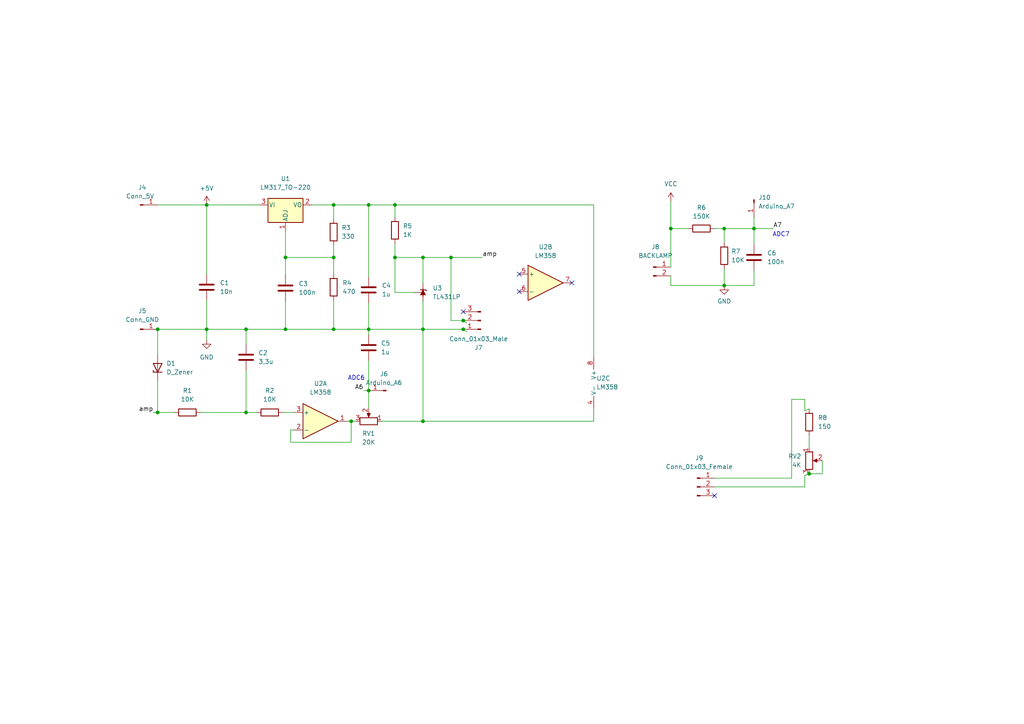
<source format=kicad_sch>
(kicad_sch (version 20211123) (generator eeschema)
  (paper "A4")
  (lib_symbols
    (symbol "Amplifier_Operational:TL072" (pin_names (offset 0.127))
      (property "Reference" "U" (at 0 5.08 0))
      (property "Value" "TL072" (at 0 -5.08 0))
      (symbol "TL072_1_1"
        (polyline (pts (xy -5.08 5.08) (xy 5.08 0) (xy -5.08 -5.08) (xy -5.08 5.08)) (stroke (width 0.254)) (fill (type background)))
        (pin output line (at 7.62 0 180) (length 2.54) (name "~") (number "1"))
        (pin input line (at -7.62 -2.54 0) (length 2.54) (name "-") (number "2"))
        (pin input line (at -7.62 2.54 0) (length 2.54) (name "+") (number "3"))
      )
      (symbol "TL072_2_1"
        (polyline (pts (xy -5.08 5.08) (xy 5.08 0) (xy -5.08 -5.08) (xy -5.08 5.08)) (stroke (width 0.254)) (fill (type background)))
        (pin input line (at -7.62 2.54 0) (length 2.54) (name "+") (number "5"))
        (pin input line (at -7.62 -2.54 0) (length 2.54) (name "-") (number "6"))
        (pin output line (at 7.62 0 180) (length 2.54) (name "~") (number "7"))
      )
      (symbol "TL072_3_1"
        (pin power_in line (at -2.54 -7.62 90) (length 3.81) (name "V-") (number "4"))
        (pin power_in line (at -2.54 7.62 270) (length 3.81) (name "V+") (number "8"))
      )
    )
    (symbol "Connector:Conn_01x01_Male" (pin_names (offset 1.016) hide)
      (property "Reference" "J" (at 0 2.54 0))
      (property "Value" "Conn_01x01_Male" (at 0 -2.54 0))
      (symbol "Conn_01x01_Male_1_1"
        (polyline (pts (xy 1.27 0) (xy 0.8636 0)) (stroke (width 0.1524)))
        (rectangle (start 0.8636 0.127) (end 0 -0.127) (stroke (width 0.1524)) (fill (type outline)))
        (pin passive line (at 5.08 0 180) (length 3.81) (name "Pin_1") (number "1"))
      )
    )
    (symbol "Connector:Conn_01x02_Male" (pin_names (offset 1.016) hide)
      (property "Reference" "J" (at 0 2.54 0))
      (property "Value" "Conn_01x02_Male" (at 0 -5.08 0))
      (symbol "Conn_01x02_Male_1_1"
        (polyline (pts (xy 1.27 -2.54) (xy 0.8636 -2.54)) (stroke (width 0.1524)))
        (polyline (pts (xy 1.27 0) (xy 0.8636 0)) (stroke (width 0.1524)))
        (rectangle (start 0.8636 -2.413) (end 0 -2.667) (stroke (width 0.1524)) (fill (type outline)))
        (rectangle (start 0.8636 0.127) (end 0 -0.127) (stroke (width 0.1524)) (fill (type outline)))
        (pin passive line (at 5.08 0 180) (length 3.81) (name "Pin_1") (number "1"))
        (pin passive line (at 5.08 -2.54 180) (length 3.81) (name "Pin_2") (number "2"))
      )
    )
    (symbol "Connector:Conn_01x03_Male" (pin_names (offset 1.016) hide)
      (property "Reference" "J" (at 0 5.08 0))
      (property "Value" "Conn_01x03_Male" (at 0 -5.08 0))
      (symbol "Conn_01x03_Male_1_1"
        (polyline (pts (xy 1.27 -2.54) (xy 0.8636 -2.54)) (stroke (width 0.1524)))
        (polyline (pts (xy 1.27 0) (xy 0.8636 0)) (stroke (width 0.1524)))
        (polyline (pts (xy 1.27 2.54) (xy 0.8636 2.54)) (stroke (width 0.1524)))
        (rectangle (start 0.8636 -2.413) (end 0 -2.667) (stroke (width 0.1524)) (fill (type outline)))
        (rectangle (start 0.8636 0.127) (end 0 -0.127) (stroke (width 0.1524)) (fill (type outline)))
        (rectangle (start 0.8636 2.667) (end 0 2.413) (stroke (width 0.1524)) (fill (type outline)))
        (pin passive line (at 5.08 2.54 180) (length 3.81) (name "Pin_1") (number "1"))
        (pin passive line (at 5.08 0 180) (length 3.81) (name "Pin_2") (number "2"))
        (pin passive line (at 5.08 -2.54 180) (length 3.81) (name "Pin_3") (number "3"))
      )
    )
    (symbol "Device:C" (pin_numbers hide) (pin_names (offset 0.254))
      (property "Reference" "C" (at 0.635 2.54 0))
      (property "Value" "C" (at 0.635 -2.54 0))
      (symbol "C_0_1"
        (polyline (pts (xy -2.032 -0.762) (xy 2.032 -0.762)) (stroke (width 0.508)))
        (polyline (pts (xy -2.032 0.762) (xy 2.032 0.762)) (stroke (width 0.508)))
      )
      (symbol "C_1_1"
        (pin passive line (at 0 3.81 270) (length 2.794) (name "~") (number "1"))
        (pin passive line (at 0 -3.81 90) (length 2.794) (name "~") (number "2"))
      )
    )
    (symbol "Device:D_Zener" (pin_numbers hide) (pin_names (offset 1.016) hide)
      (property "Reference" "D" (at 0 2.54 0))
      (property "Value" "D_Zener" (at 0 -2.54 0))
      (symbol "D_Zener_0_1"
        (polyline (pts (xy 1.27 0) (xy -1.27 0)))
        (polyline (pts (xy -1.27 -1.27) (xy -1.27 1.27) (xy -0.762 1.27)) (stroke (width 0.254)))
        (polyline (pts (xy 1.27 -1.27) (xy 1.27 1.27) (xy -1.27 0) (xy 1.27 -1.27)) (stroke (width 0.254)))
      )
      (symbol "D_Zener_1_1"
        (pin passive line (at -3.81 0 0) (length 2.54) (name "K") (number "1"))
        (pin passive line (at 3.81 0 180) (length 2.54) (name "A") (number "2"))
      )
    )
    (symbol "Device:R" (pin_numbers hide) (pin_names (offset 0))
      (property "Reference" "R" (at 2.032 0 90))
      (property "Value" "R" (at 0 0 90))
      (symbol "R_0_1"
        (rectangle (start -1.016 -2.54) (end 1.016 2.54) (stroke (width 0.254)))
      )
      (symbol "R_1_1"
        (pin passive line (at 0 3.81 270) (length 1.27) (name "~") (number "1"))
        (pin passive line (at 0 -3.81 90) (length 1.27) (name "~") (number "2"))
      )
    )
    (symbol "Device:R_Potentiometer" (pin_names (offset 1.016) hide)
      (property "Reference" "RV" (at -4.445 0 90))
      (property "Value" "R_Potentiometer" (at -2.54 0 90))
      (symbol "R_Potentiometer_0_1"
        (polyline (pts (xy 2.54 0) (xy 1.524 0)))
        (polyline (pts (xy 1.143 0) (xy 2.286 0.508) (xy 2.286 -0.508) (xy 1.143 0)) (fill (type outline)))
        (rectangle (start 1.016 2.54) (end -1.016 -2.54) (stroke (width 0.254)))
      )
      (symbol "R_Potentiometer_1_1"
        (pin passive line (at 0 3.81 270) (length 1.27) (name "1") (number "1"))
        (pin passive line (at 3.81 0 180) (length 1.27) (name "2") (number "2"))
        (pin passive line (at 0 -3.81 90) (length 1.27) (name "3") (number "3"))
      )
    )
    (symbol "Reference_Voltage:TL431LP" (pin_numbers hide) (pin_names hide)
      (property "Reference" "U" (at -2.54 2.54 0))
      (property "Value" "TL431LP" (at 0 -2.54 0))
      (symbol "TL431LP_0_1"
        (polyline (pts (xy -1.27 0) (xy 0 0) (xy 1.27 0)))
        (polyline (pts (xy -0.762 0.762) (xy 0.762 0) (xy -0.762 -0.762)) (fill (type outline)))
        (polyline (pts (xy 0.508 -1.016) (xy 0.762 -0.762) (xy 0.762 0.762) (xy 0.762 0.762)) (stroke (width 0.254)))
      )
      (symbol "TL431LP_1_1"
        (pin passive line (at 0 2.54 270) (length 2.54) (name "REF") (number "1"))
        (pin passive line (at -2.54 0 0) (length 2.54) (name "A") (number "2"))
        (pin passive line (at 2.54 0 180) (length 2.54) (name "K") (number "3"))
      )
    )
    (symbol "Regulator_Linear:LM317_TO-220" (pin_names (offset 0.254))
      (property "Reference" "U" (at -3.81 3.175 0))
      (property "Value" "LM317_TO-220" (at 0 3.175 0))
      (symbol "LM317_TO-220_0_1"
        (rectangle (start -5.08 1.905) (end 5.08 -5.08) (stroke (width 0.254)) (fill (type background)))
      )
      (symbol "LM317_TO-220_1_1"
        (pin input line (at 0 -7.62 90) (length 2.54) (name "ADJ") (number "1"))
        (pin power_out line (at 7.62 0 180) (length 2.54) (name "VO") (number "2"))
        (pin power_in line (at -7.62 0 0) (length 2.54) (name "VI") (number "3"))
      )
    )
    (symbol "power:+5V" (power) (pin_names (offset 0))
      (property "Value" "+5V" (at 0 3.556 0))
      (symbol "+5V_0_1"
        (polyline (pts (xy -0.762 1.27) (xy 0 2.54)))
        (polyline (pts (xy 0 0) (xy 0 2.54)))
        (polyline (pts (xy 0 2.54) (xy 0.762 1.27)))
      )
      (symbol "+5V_1_1"
        (pin power_in line (at 0 0 90) (length 0) hide (name "+5V") (number "1"))
      )
    )
    (symbol "power:GND" (power) (pin_names (offset 0))
      (property "Value" "GND" (at 0 -3.81 0))
      (symbol "GND_0_1"
        (polyline (pts (xy 0 0) (xy 0 -1.27) (xy 1.27 -1.27) (xy 0 -2.54) (xy -1.27 -1.27) (xy 0 -1.27)))
      )
      (symbol "GND_1_1"
        (pin power_in line (at 0 0 270) (length 0) hide (name "GND") (number "1"))
      )
    )
    (symbol "power:VCC" (power) (pin_names (offset 0))
      (property "Value" "VCC" (at 0 3.81 0))
      (symbol "VCC_0_1"
        (polyline (pts (xy -0.762 1.27) (xy 0 2.54)))
        (polyline (pts (xy 0 0) (xy 0 2.54)))
        (polyline (pts (xy 0 2.54) (xy 0.762 1.27)))
      )
      (symbol "VCC_1_1"
        (pin power_in line (at 0 0 90) (length 0) hide (name "VCC") (number "1"))
      )
    )
  )
  (junction (at 96.774 59.436))
  (junction (at 96.774 74.676))
  (junction (at 210.058 82.804))
  (junction (at 134.366 95.504))
  (junction (at 122.682 74.676))
  (junction (at 106.934 113.284))
  (junction (at 82.804 95.504))
  (junction (at 45.72 95.504))
  (junction (at 130.81 74.676))
  (junction (at 82.804 74.676))
  (junction (at 134.366 92.964))
  (junction (at 96.774 95.504))
  (junction (at 71.374 119.634))
  (junction (at 71.374 95.504))
  (junction (at 101.854 122.174))
  (junction (at 59.944 95.504))
  (junction (at 122.682 95.504))
  (junction (at 106.934 95.504))
  (junction (at 114.554 74.676))
  (junction (at 106.934 59.436))
  (junction (at 59.944 59.436))
  (junction (at 114.554 59.436))
  (junction (at 194.564 66.294))
  (junction (at 122.682 122.174))
  (junction (at 45.72 119.634))
  (junction (at 210.058 66.294))
  (junction (at 234.696 137.414))
  (junction (at 218.694 66.294))
  (no_connect (at 207.264 143.764))
  (no_connect (at 134.366 90.424))
  (no_connect (at 150.622 79.502))
  (no_connect (at 150.622 84.582))
  (no_connect (at 165.862 82.042))
  (wire (pts (xy 218.694 62.992) (xy 218.694 66.294)))
  (wire (pts (xy 207.264 138.684) (xy 229.616 138.684)))
  (wire (pts (xy 122.682 87.376) (xy 122.682 95.504)))
  (wire (pts (xy 96.774 74.676) (xy 96.774 79.502)))
  (wire (pts (xy 172.212 118.618) (xy 172.212 122.174)))
  (wire (pts (xy 172.212 59.436) (xy 172.212 103.378)))
  (wire (pts (xy 82.804 79.756) (xy 82.804 74.676)))
  (wire (pts (xy 106.934 104.648) (xy 106.934 113.284)))
  (wire (pts (xy 194.564 82.804) (xy 194.564 80.01)))
  (wire (pts (xy 114.554 70.612) (xy 114.554 74.676)))
  (wire (pts (xy 218.694 66.294) (xy 210.058 66.294)))
  (wire (pts (xy 82.804 74.676) (xy 96.774 74.676)))
  (wire (pts (xy 130.81 92.964) (xy 134.366 92.964)))
  (wire (pts (xy 114.554 59.436) (xy 172.212 59.436)))
  (wire (pts (xy 122.682 122.174) (xy 172.212 122.174)))
  (wire (pts (xy 134.366 95.504) (xy 122.682 95.504)))
  (wire (pts (xy 71.374 95.504) (xy 71.374 99.822)))
  (wire (pts (xy 139.954 74.676) (xy 130.81 74.676)))
  (wire (pts (xy 106.934 97.028) (xy 106.934 95.504)))
  (wire (pts (xy 114.554 62.992) (xy 114.554 59.436)))
  (wire (pts (xy 233.426 115.824) (xy 233.426 119.126)))
  (wire (pts (xy 45.72 95.504) (xy 45.72 102.87)))
  (wire (pts (xy 218.694 82.804) (xy 210.058 82.804)))
  (wire (pts (xy 45.72 95.504) (xy 59.944 95.504)))
  (wire (pts (xy 106.934 113.284) (xy 105.41 113.284)))
  (wire (pts (xy 233.426 137.922) (xy 234.696 137.414)))
  (wire (pts (xy 84.328 128.27) (xy 101.854 128.27)))
  (wire (pts (xy 218.694 70.866) (xy 218.694 66.294)))
  (wire (pts (xy 96.774 95.504) (xy 106.934 95.504)))
  (wire (pts (xy 45.72 110.49) (xy 45.72 119.634)))
  (wire (pts (xy 45.72 119.634) (xy 50.546 119.634)))
  (wire (pts (xy 59.944 98.552) (xy 59.944 95.504)))
  (wire (pts (xy 101.854 122.174) (xy 103.124 122.174)))
  (wire (pts (xy 114.554 74.676) (xy 122.682 74.676)))
  (wire (pts (xy 106.934 113.284) (xy 106.934 118.364)))
  (wire (pts (xy 71.374 95.504) (xy 82.804 95.504)))
  (wire (pts (xy 45.72 59.436) (xy 59.944 59.436)))
  (wire (pts (xy 106.934 59.436) (xy 114.554 59.436)))
  (wire (pts (xy 233.426 137.922) (xy 233.426 141.224)))
  (wire (pts (xy 71.374 119.634) (xy 58.166 119.634)))
  (wire (pts (xy 96.774 87.122) (xy 96.774 95.504)))
  (wire (pts (xy 90.424 59.436) (xy 96.774 59.436)))
  (wire (pts (xy 207.264 141.224) (xy 233.426 141.224)))
  (wire (pts (xy 106.934 59.436) (xy 106.934 80.264)))
  (wire (pts (xy 218.694 78.486) (xy 218.694 82.804)))
  (wire (pts (xy 59.944 95.504) (xy 71.374 95.504)))
  (wire (pts (xy 82.042 119.634) (xy 85.344 119.634)))
  (wire (pts (xy 194.564 58.42) (xy 194.564 66.294)))
  (wire (pts (xy 238.506 137.414) (xy 238.506 133.604)))
  (wire (pts (xy 135.382 96.266) (xy 134.366 95.504)))
  (wire (pts (xy 82.804 95.504) (xy 96.774 95.504)))
  (wire (pts (xy 110.744 122.174) (xy 122.682 122.174)))
  (wire (pts (xy 122.682 95.504) (xy 122.682 122.174)))
  (wire (pts (xy 234.696 137.414) (xy 238.506 137.414)))
  (wire (pts (xy 59.944 59.436) (xy 59.944 79.502)))
  (wire (pts (xy 100.584 122.174) (xy 101.854 122.174)))
  (wire (pts (xy 130.81 74.676) (xy 122.682 74.676)))
  (wire (pts (xy 59.944 87.122) (xy 59.944 95.504)))
  (wire (pts (xy 135.382 93.726) (xy 134.366 92.964)))
  (wire (pts (xy 229.616 115.824) (xy 229.616 138.684)))
  (wire (pts (xy 194.564 82.804) (xy 210.058 82.804)))
  (wire (pts (xy 194.564 77.47) (xy 194.564 66.294)))
  (wire (pts (xy 96.774 59.436) (xy 96.774 63.5)))
  (wire (pts (xy 114.554 84.836) (xy 120.142 84.836)))
  (wire (pts (xy 224.282 66.294) (xy 218.694 66.294)))
  (wire (pts (xy 210.058 77.978) (xy 210.058 82.804)))
  (wire (pts (xy 122.682 82.296) (xy 122.682 74.676)))
  (wire (pts (xy 234.696 129.794) (xy 234.696 126.238)))
  (wire (pts (xy 75.184 59.436) (xy 59.944 59.436)))
  (wire (pts (xy 106.934 95.504) (xy 122.682 95.504)))
  (wire (pts (xy 130.81 92.964) (xy 130.81 74.676)))
  (wire (pts (xy 84.328 124.714) (xy 84.328 128.27)))
  (wire (pts (xy 207.264 66.294) (xy 210.058 66.294)))
  (wire (pts (xy 114.554 84.836) (xy 114.554 74.676)))
  (wire (pts (xy 82.804 87.376) (xy 82.804 95.504)))
  (wire (pts (xy 96.774 59.436) (xy 106.934 59.436)))
  (wire (pts (xy 96.774 71.12) (xy 96.774 74.676)))
  (wire (pts (xy 44.45 119.634) (xy 45.72 119.634)))
  (wire (pts (xy 106.934 87.884) (xy 106.934 95.504)))
  (wire (pts (xy 199.644 66.294) (xy 194.564 66.294)))
  (wire (pts (xy 210.058 70.358) (xy 210.058 66.294)))
  (wire (pts (xy 233.426 115.824) (xy 229.616 115.824)))
  (wire (pts (xy 85.344 124.714) (xy 84.328 124.714)))
  (wire (pts (xy 82.804 74.676) (xy 82.804 67.056)))
  (wire (pts (xy 71.374 107.442) (xy 71.374 119.634)))
  (wire (pts (xy 233.426 119.126) (xy 234.696 118.618)))
  (wire (pts (xy 74.422 119.634) (xy 71.374 119.634)))
  (wire (pts (xy 101.854 128.27) (xy 101.854 122.174)))
  (text "ADC7" (at 224.028 68.834 0) (effects (font (size 1.27 1.27)) (justify left bottom)))
  (text "ADC6" (at 100.838 110.49 0) (effects (font (size 1.27 1.27)) (justify left bottom)))
  (label "A6" (at 105.41 113.284 180))
  (label "amp" (at 44.45 119.634 180))
  (label "amp" (at 139.954 74.676 0))
  (label "A7" (at 224.282 66.294 0))
  (symbol (lib_id "Connector:Conn_01x02_Male") (at 189.484 77.47 0) (unit 1)
    (property "Reference" "J8" (at 190.119 71.628 0))
    (property "Value" "BACKLAMP" (at 190.119 74.168 0))
    (property "Footprint" "Connector_PinHeader_2.54mm:PinHeader_1x02_P2.54mm_Vertical" (effects hide))
  )
  (symbol (lib_id "Connector:Conn_01x01_Male") (at 40.64 59.436 0) (unit 1)
    (property "Reference" "J4" (at 41.275 54.356 0))
    (property "Value" "Conn_5V" (at 40.64 56.896 0))
    (property "Footprint" "Connector_PinHeader_2.54mm:PinHeader_1x01_P2.54mm_Vertical" (effects hide))
  )
  (symbol (lib_id "Device:R") (at 234.696 122.428 180) (unit 1)
    (property "Reference" "R8" (at 237.236 121.1579 0) (effects (justify right)))
    (property "Value" "150" (at 237.236 123.6979 0) (effects (justify right)))
  )
  (symbol (lib_id "Device:C") (at 59.944 83.312 0) (unit 1)
    (property "Reference" "C1" (at 63.754 82.0419 0) (effects (justify left)))
    (property "Value" "10n" (at 63.754 84.5819 0) (effects (justify left)))
    (property "Footprint" "Capacitor_THT:C_Disc_D3.0mm_W2.0mm_P2.50mm" (effects hide))
  )
  (symbol (lib_id "Regulator_Linear:LM317_TO-220") (at 82.804 59.436 0) (unit 1)
    (property "Reference" "U1" (at 82.804 51.816 0))
    (property "Value" "LM317_TO-220" (at 82.804 54.356 0))
    (property "Footprint" "Package_TO_SOT_THT:TO-220-3_Vertical" (effects hide))
    (property "Datasheet" "http://www.ti.com/lit/ds/symlink/lm317.pdf" (effects hide))
    (property "Footprint" "Package_TO_SOT_THT:TO-220-3_Vertical" (effects hide))
    (property "Reference" "U1" (effects hide))
    (property "Value" "LM317_TO-220" (effects hide))
  )
  (symbol (lib_id "Connector:Conn_01x03_Male") (at 202.184 141.224 0) (unit 1)
    (property "Reference" "J9" (at 202.819 132.842 0))
    (property "Value" "Conn_01x03_Female" (at 202.819 135.382 0))
    (property "Footprint" "Connector:FanPinHeader_1x03_P2.54mm_Vertical" (effects hide))
    (property "Reference" "J2" (effects hide))
    (property "Value" "Conn_01x03_Male" (effects hide))
  )
  (symbol (lib_id "Device:C") (at 218.694 74.676 0) (unit 1)
    (property "Reference" "C6" (at 222.504 73.4059 0) (effects (justify left)))
    (property "Value" "100n" (at 222.504 75.9459 0) (effects (justify left)))
    (property "Footprint" "Capacitor_THT:C_Disc_D5.0mm_W2.5mm_P2.50mm" (effects hide))
  )
  (symbol (lib_id "Device:R") (at 203.454 66.294 270) (unit 1)
    (property "Reference" "R6" (at 203.454 60.198 90))
    (property "Value" "150K" (at 203.454 62.738 90))
    (property "Footprint" "Resistor_THT:R_Axial_DIN0207_L6.3mm_D2.5mm_P7.62mm_Horizontal" (effects hide))
  )
  (symbol (lib_id "Connector:Conn_01x01_Male") (at 112.014 113.284 180) (unit 1)
    (property "Reference" "J6" (at 111.379 108.458 0))
    (property "Value" "Arduino_A6" (at 111.379 110.998 0))
    (property "Footprint" "Connector_PinHeader_2.54mm:PinHeader_1x01_P2.54mm_Vertical" (effects hide))
  )
  (symbol (lib_id "power:GND") (at 210.058 82.804 0) (unit 1)
    (property "Reference" "#PWR011" (effects hide))
    (property "Value" "GND" (at 210.058 87.376 0))
  )
  (symbol (lib_id "Amplifier_Operational:TL072") (at 174.752 110.998 0) (unit 3)
    (property "Reference" "U2" (at 172.974 109.7279 0) (effects (justify left)))
    (property "Value" "LM358" (at 172.974 112.2679 0) (effects (justify left)))
    (property "Footprint" "Package_DIP:DIP-8_W7.62mm" (effects hide))
    (property "Datasheet" "http://www.ti.com/lit/ds/symlink/tl071.pdf" (effects hide))
  )
  (symbol (lib_id "Device:R_Potentiometer") (at 234.696 133.604 0) (unit 1)
    (property "Reference" "RV2" (at 232.41 132.3339 0) (effects (justify right)))
    (property "Value" "4K" (at 232.41 134.8739 0) (effects (justify right)))
    (property "Footprint" "Potentiometer_THT:Potentiometer_ACP_CA9-V10_Vertical" (effects hide))
    (property "Reference" "RV1" (effects hide))
    (property "Value" "R_Potentiometer" (effects hide))
  )
  (symbol (lib_id "Amplifier_Operational:TL072") (at 92.964 122.174 0) (unit 1)
    (property "Reference" "U2" (at 92.964 111.252 0))
    (property "Value" "LM358" (at 92.964 113.792 0))
    (property "Footprint" "Package_DIP:DIP-8_W7.62mm" (effects hide))
    (property "Datasheet" "http://www.ti.com/lit/ds/symlink/tl071.pdf" (effects hide))
  )
  (symbol (lib_id "Connector:Conn_01x01_Male") (at 40.64 95.504 0) (unit 1)
    (property "Reference" "J5" (at 41.275 90.17 0))
    (property "Value" "Conn_GND" (at 41.275 92.71 0))
    (property "Footprint" "Connector_PinHeader_2.54mm:PinHeader_1x01_P2.54mm_Vertical" (effects hide))
  )
  (symbol (lib_id "Device:R_Potentiometer") (at 106.934 122.174 270) (mirror x) (unit 1)
    (property "Reference" "RV1" (at 106.934 125.73 90))
    (property "Value" "20K" (at 106.934 128.27 90))
    (property "Footprint" "Potentiometer_THT:Potentiometer_Vishay_T73YP_Vertical" (effects hide))
  )
  (symbol (lib_id "Device:R") (at 54.356 119.634 90) (unit 1)
    (property "Reference" "R1" (at 54.356 113.284 90))
    (property "Value" "10K" (at 54.356 115.824 90))
    (property "Footprint" "Resistor_THT:R_Axial_DIN0207_L6.3mm_D2.5mm_P7.62mm_Horizontal" (effects hide))
    (property "Footprint" "R_Axial_DIN0207_L6.3mm_D2.5mm_P7.62mm_Horizontal" (effects hide))
    (property "Reference" "R2" (effects hide))
    (property "Value" "330" (effects hide))
  )
  (symbol (lib_id "Device:R") (at 78.232 119.634 90) (unit 1)
    (property "Reference" "R2" (at 78.232 113.284 90))
    (property "Value" "10K" (at 78.232 115.824 90))
    (property "Footprint" "Resistor_THT:R_Axial_DIN0207_L6.3mm_D2.5mm_P7.62mm_Horizontal" (effects hide))
    (property "Footprint" "R_Axial_DIN0207_L6.3mm_D2.5mm_P7.62mm_Horizontal" (effects hide))
    (property "Reference" "R2" (effects hide))
    (property "Value" "330" (effects hide))
  )
  (symbol (lib_id "Device:R") (at 96.774 83.312 180) (unit 1)
    (property "Reference" "R4" (at 99.314 82.0419 0) (effects (justify right)))
    (property "Value" "470" (at 99.314 84.5819 0) (effects (justify right)))
    (property "Footprint" "Resistor_THT:R_Axial_DIN0207_L6.3mm_D2.5mm_P7.62mm_Horizontal" (effects hide))
  )
  (symbol (lib_id "Device:D_Zener") (at 45.72 106.68 90) (unit 1)
    (property "Reference" "D1" (at 48.26 105.4099 90) (effects (justify right)))
    (property "Value" "D_Zener" (at 48.26 107.9499 90) (effects (justify right)))
    (property "Footprint" "Diode_THT:D_DO-34_SOD68_P7.62mm_Horizontal" (effects hide))
  )
  (symbol (lib_id "Reference_Voltage:TL431LP") (at 122.682 84.836 90) (unit 1)
    (property "Reference" "U3" (at 125.476 83.5659 90) (effects (justify right)))
    (property "Value" "TL431LP" (at 125.476 86.1059 90) (effects (justify right)))
    (property "Footprint" "Package_TO_SOT_THT:TO-92" (effects hide))
    (property "Datasheet" "http://www.ti.com/lit/ds/symlink/tl431.pdf" (effects hide))
    (property "Footprint" "Package_TO_SOT_THT:TO-92_Inline" (effects hide))
    (property "Reference" "U2" (effects hide))
    (property "Value" "TL431LP" (effects hide))
  )
  (symbol (lib_id "Device:C") (at 71.374 103.632 180) (unit 1)
    (property "Reference" "C2" (at 74.93 102.3619 0) (effects (justify right)))
    (property "Value" "3,3u" (at 74.93 104.9019 0) (effects (justify right)))
    (property "Footprint" "Capacitor_THT:CP_Radial_D4.0mm_P1.50mm" (effects hide))
  )
  (symbol (lib_id "Amplifier_Operational:TL072") (at 158.242 82.042 0) (unit 2)
    (property "Reference" "U2" (at 158.242 71.628 0))
    (property "Value" "LM358" (at 158.242 74.168 0))
    (property "Footprint" "Package_DIP:DIP-8_W7.62mm" (effects hide))
    (property "Datasheet" "http://www.ti.com/lit/ds/symlink/tl071.pdf" (effects hide))
  )
  (symbol (lib_id "Device:C") (at 106.934 100.838 180) (unit 1)
    (property "Reference" "C5" (at 110.49 99.5679 0) (effects (justify right)))
    (property "Value" "1u" (at 110.49 102.1079 0) (effects (justify right)))
    (property "Footprint" "Capacitor_THT:CP_Radial_D4.0mm_P1.50mm" (effects hide))
  )
  (symbol (lib_id "Device:R") (at 96.774 67.31 180) (unit 1)
    (property "Reference" "R3" (at 99.06 66.0399 0) (effects (justify right)))
    (property "Value" "330" (at 99.06 68.5799 0) (effects (justify right)))
    (property "Footprint" "Resistor_THT:R_Axial_DIN0207_L6.3mm_D2.5mm_P7.62mm_Horizontal" (effects hide))
  )
  (symbol (lib_id "Device:R") (at 114.554 66.802 180) (unit 1)
    (property "Reference" "R5" (at 116.84 65.5319 0) (effects (justify right)))
    (property "Value" "1K" (at 116.84 68.0719 0) (effects (justify right)))
    (property "Footprint" "Resistor_THT:R_Axial_DIN0207_L6.3mm_D2.5mm_P7.62mm_Horizontal" (effects hide))
  )
  (symbol (lib_id "power:VCC") (at 194.564 58.42 0) (unit 1)
    (property "Reference" "#PWR010" (effects hide))
    (property "Value" "VCC" (at 194.564 53.34 0))
  )
  (symbol (lib_id "Connector:Conn_01x01_Male") (at 218.694 57.912 270) (unit 1)
    (property "Reference" "J10" (at 219.964 57.2769 90) (effects (justify left)))
    (property "Value" "Arduino_A7" (at 219.964 59.8169 90) (effects (justify left)))
    (property "Footprint" "Connector_PinHeader_2.54mm:PinHeader_1x01_P2.54mm_Vertical" (effects hide))
  )
  (symbol (lib_id "Device:C") (at 106.934 84.074 0) (unit 1)
    (property "Reference" "C4" (at 110.744 82.8039 0) (effects (justify left)))
    (property "Value" "1u" (at 110.744 85.3439 0) (effects (justify left)))
    (property "Footprint" "Capacitor_THT:CP_Radial_D4.0mm_P1.50mm" (effects hide))
  )
  (symbol (lib_id "Device:C") (at 82.804 83.566 0) (unit 1)
    (property "Reference" "C3" (at 86.614 82.2959 0) (effects (justify left)))
    (property "Value" "100n" (at 86.614 84.8359 0) (effects (justify left)))
    (property "Footprint" "Capacitor_THT:C_Disc_D3.0mm_W2.0mm_P2.50mm" (effects hide))
  )
  (symbol (lib_id "Device:R") (at 210.058 74.168 180) (unit 1)
    (property "Reference" "R7" (at 212.09 72.8979 0) (effects (justify right)))
    (property "Value" "10K" (at 212.09 75.4379 0) (effects (justify right)))
    (property "Footprint" "Resistor_THT:R_Axial_DIN0207_L6.3mm_D2.5mm_P7.62mm_Horizontal" (effects hide))
  )
  (symbol (lib_id "Connector:Conn_01x03_Male") (at 139.446 92.964 180) (unit 1)
    (property "Reference" "J7" (at 138.811 100.838 0))
    (property "Value" "Conn_01x03_Male" (at 138.811 98.298 0))
    (property "Footprint" "Connector:FanPinHeader_1x03_P2.54mm_Vertical" (effects hide))
    (property "Footprint" "Connector:FanPinHeader_1x03_P2.54mm_Vertical" (effects hide))
    (property "Reference" "J2" (effects hide))
    (property "Value" "Conn_01x03_Male" (effects hide))
  )
  (symbol (lib_id "power:GND") (at 59.944 98.552 0) (unit 1)
    (property "Reference" "#PWR09" (effects hide))
    (property "Value" "GND" (at 59.944 103.632 0))
  )
  (symbol (lib_id "power:+5V") (at 59.944 59.436 0) (unit 1)
    (property "Reference" "#PWR08" (effects hide))
    (property "Value" "+5V" (at 59.944 54.61 0))
  )
)
</source>
